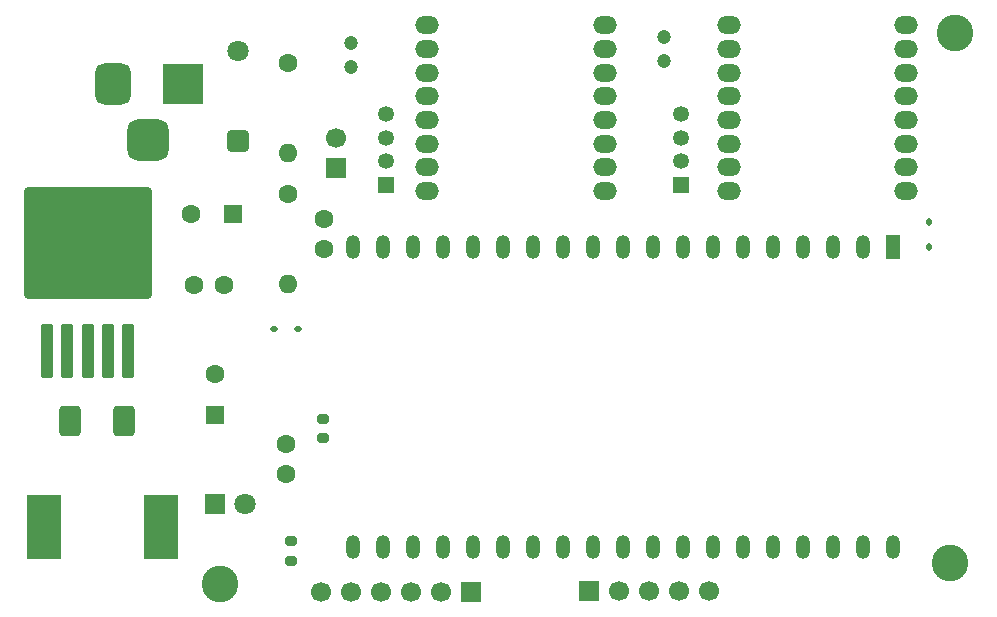
<source format=gbr>
%TF.GenerationSoftware,KiCad,Pcbnew,9.0.2*%
%TF.CreationDate,2025-05-21T14:28:12+05:30*%
%TF.ProjectId,esp32 master,65737033-3220-46d6-9173-7465722e6b69,rev?*%
%TF.SameCoordinates,Original*%
%TF.FileFunction,Soldermask,Top*%
%TF.FilePolarity,Negative*%
%FSLAX46Y46*%
G04 Gerber Fmt 4.6, Leading zero omitted, Abs format (unit mm)*
G04 Created by KiCad (PCBNEW 9.0.2) date 2025-05-21 14:28:12*
%MOMM*%
%LPD*%
G01*
G04 APERTURE LIST*
G04 Aperture macros list*
%AMRoundRect*
0 Rectangle with rounded corners*
0 $1 Rounding radius*
0 $2 $3 $4 $5 $6 $7 $8 $9 X,Y pos of 4 corners*
0 Add a 4 corners polygon primitive as box body*
4,1,4,$2,$3,$4,$5,$6,$7,$8,$9,$2,$3,0*
0 Add four circle primitives for the rounded corners*
1,1,$1+$1,$2,$3*
1,1,$1+$1,$4,$5*
1,1,$1+$1,$6,$7*
1,1,$1+$1,$8,$9*
0 Add four rect primitives between the rounded corners*
20,1,$1+$1,$2,$3,$4,$5,0*
20,1,$1+$1,$4,$5,$6,$7,0*
20,1,$1+$1,$6,$7,$8,$9,0*
20,1,$1+$1,$8,$9,$2,$3,0*%
G04 Aperture macros list end*
%ADD10R,1.600000X1.600000*%
%ADD11C,1.600000*%
%ADD12RoundRect,0.200000X-0.275000X0.200000X-0.275000X-0.200000X0.275000X-0.200000X0.275000X0.200000X0*%
%ADD13RoundRect,0.250000X0.300000X-2.050000X0.300000X2.050000X-0.300000X2.050000X-0.300000X-2.050000X0*%
%ADD14RoundRect,0.250002X5.149998X-4.449998X5.149998X4.449998X-5.149998X4.449998X-5.149998X-4.449998X0*%
%ADD15R,1.700000X1.700000*%
%ADD16C,1.700000*%
%ADD17R,1.350000X1.350000*%
%ADD18C,1.350000*%
%ADD19RoundRect,0.250000X-0.650000X-1.020000X0.650000X-1.020000X0.650000X1.020000X-0.650000X1.020000X0*%
%ADD20O,1.600000X1.600000*%
%ADD21C,3.100000*%
%ADD22O,2.000000X1.500000*%
%ADD23R,2.900000X5.400000*%
%ADD24RoundRect,0.112500X-0.187500X-0.112500X0.187500X-0.112500X0.187500X0.112500X-0.187500X0.112500X0*%
%ADD25C,1.200000*%
%ADD26RoundRect,0.112500X-0.112500X0.187500X-0.112500X-0.187500X0.112500X-0.187500X0.112500X0.187500X0*%
%ADD27R,1.800000X1.800000*%
%ADD28C,1.800000*%
%ADD29R,3.500000X3.500000*%
%ADD30RoundRect,0.750000X-0.750000X-1.000000X0.750000X-1.000000X0.750000X1.000000X-0.750000X1.000000X0*%
%ADD31RoundRect,0.875000X-0.875000X-0.875000X0.875000X-0.875000X0.875000X0.875000X-0.875000X0.875000X0*%
%ADD32R,1.200000X2.000000*%
%ADD33O,1.200000X2.000000*%
%ADD34RoundRect,0.250000X0.650000X-0.650000X0.650000X0.650000X-0.650000X0.650000X-0.650000X-0.650000X0*%
%ADD35RoundRect,0.200000X0.275000X-0.200000X0.275000X0.200000X-0.275000X0.200000X-0.275000X-0.200000X0*%
G04 APERTURE END LIST*
D10*
%TO.C,C5*%
X87000000Y-97500000D03*
D11*
X87000000Y-94000000D03*
%TD*%
D12*
%TO.C,R5*%
X96180000Y-97790000D03*
X96180000Y-99440000D03*
%TD*%
D13*
%TO.C,U1*%
X72825000Y-92075000D03*
X74525000Y-92075000D03*
X76225000Y-92075000D03*
D14*
X76225000Y-82925000D03*
D13*
X77925000Y-92075000D03*
X79625000Y-92075000D03*
%TD*%
D11*
%TO.C,C6*%
X96260000Y-83400000D03*
X96260000Y-80900000D03*
%TD*%
D15*
%TO.C,J2*%
X108710000Y-112490000D03*
D16*
X106170000Y-112490000D03*
X103630000Y-112490000D03*
X101090000Y-112490000D03*
X98550000Y-112490000D03*
X96010000Y-112490000D03*
%TD*%
D17*
%TO.C,J5*%
X101500000Y-78000000D03*
D18*
X101500000Y-76000000D03*
X101500000Y-74000000D03*
X101500000Y-72000000D03*
%TD*%
D19*
%TO.C,D2*%
X74720000Y-98000000D03*
X79280000Y-98000000D03*
%TD*%
D11*
%TO.C,R1*%
X93180000Y-67640000D03*
D20*
X93180000Y-75260000D03*
%TD*%
D15*
%TO.C,J3*%
X118670000Y-112390000D03*
D16*
X121210000Y-112390000D03*
X123750000Y-112390000D03*
X126290000Y-112390000D03*
X128830000Y-112390000D03*
%TD*%
D21*
%TO.C,ST1*%
X87420000Y-111780000D03*
%TD*%
D22*
%TO.C,Driver1*%
X105000000Y-64500000D03*
X105000000Y-66500000D03*
X105000000Y-68500000D03*
X105000000Y-70500000D03*
X105000000Y-72500000D03*
X105000000Y-74500000D03*
X105000000Y-76500000D03*
X105000000Y-78500000D03*
X120000000Y-64500000D03*
X120000000Y-66500000D03*
X120000000Y-68500000D03*
X120000000Y-70500000D03*
X120000000Y-72500000D03*
X120000000Y-74500000D03*
X120000000Y-76500000D03*
X120000000Y-78500000D03*
%TD*%
D21*
%TO.C,ST3*%
X149690000Y-65110000D03*
%TD*%
D10*
%TO.C,C1*%
X88500000Y-80500000D03*
D11*
X85000000Y-80500000D03*
%TD*%
D23*
%TO.C,L1*%
X72550000Y-107000000D03*
X82450000Y-107000000D03*
%TD*%
D11*
%TO.C,R3*%
X93000000Y-99960000D03*
X93000000Y-102500000D03*
%TD*%
D24*
%TO.C,D4*%
X91980000Y-90240000D03*
X94080000Y-90240000D03*
%TD*%
D25*
%TO.C,C2*%
X98500000Y-66000000D03*
X98500000Y-68000000D03*
%TD*%
D26*
%TO.C,D5*%
X147440000Y-81142500D03*
X147440000Y-83242500D03*
%TD*%
D22*
%TO.C,Driver2*%
X130500000Y-64500000D03*
X130500000Y-66500000D03*
X130500000Y-68500000D03*
X130500000Y-70500000D03*
X130500000Y-72500000D03*
X130500000Y-74500000D03*
X130500000Y-76500000D03*
X130500000Y-78500000D03*
X145500000Y-64500000D03*
X145500000Y-66500000D03*
X145500000Y-68500000D03*
X145500000Y-70500000D03*
X145500000Y-72500000D03*
X145500000Y-74500000D03*
X145500000Y-76500000D03*
X145500000Y-78500000D03*
%TD*%
D21*
%TO.C,ST2*%
X149250000Y-109980000D03*
%TD*%
D27*
%TO.C,D3*%
X87000000Y-105000000D03*
D28*
X89540000Y-105000000D03*
%TD*%
D25*
%TO.C,C4*%
X125000000Y-65500000D03*
X125000000Y-67500000D03*
%TD*%
D29*
%TO.C,J1*%
X84350000Y-69460000D03*
D30*
X78350000Y-69460000D03*
D31*
X81350000Y-74160000D03*
%TD*%
D32*
%TO.C,U2*%
X144403440Y-83300000D03*
D33*
X141863440Y-83300000D03*
X139323440Y-83300000D03*
X136783440Y-83300000D03*
X134243440Y-83300000D03*
X131703440Y-83300000D03*
X129163440Y-83300000D03*
X126623440Y-83300000D03*
X124083440Y-83300000D03*
X121543440Y-83300000D03*
X119003440Y-83300000D03*
X116463440Y-83300000D03*
X113923440Y-83300000D03*
X111383440Y-83300000D03*
X108843440Y-83300000D03*
X106303440Y-83300000D03*
X103763440Y-83300000D03*
X101223440Y-83300000D03*
X98683440Y-83300000D03*
X98686160Y-108696320D03*
X101226160Y-108696320D03*
X103763440Y-108700000D03*
X106303440Y-108700000D03*
X108843440Y-108700000D03*
X111383440Y-108700000D03*
X113923440Y-108700000D03*
X116463440Y-108700000D03*
X119003440Y-108700000D03*
X121543440Y-108700000D03*
X124083440Y-108700000D03*
X126623440Y-108700000D03*
X129163440Y-108700000D03*
X131703440Y-108700000D03*
X134243440Y-108700000D03*
X136783440Y-108700000D03*
X139323440Y-108700000D03*
X141863440Y-108700000D03*
X144403440Y-108700000D03*
%TD*%
D34*
%TO.C,D1*%
X89000000Y-74310000D03*
D28*
X89000000Y-66690000D03*
%TD*%
D15*
%TO.C,J4*%
X97290000Y-76580000D03*
D16*
X97290000Y-74040000D03*
%TD*%
D35*
%TO.C,R4*%
X93480000Y-109825000D03*
X93480000Y-108175000D03*
%TD*%
D17*
%TO.C,J6*%
X126500000Y-78000000D03*
D18*
X126500000Y-76000000D03*
X126500000Y-74000000D03*
X126500000Y-72000000D03*
%TD*%
D11*
%TO.C,C3*%
X87750000Y-86500000D03*
X85250000Y-86500000D03*
%TD*%
%TO.C,R2*%
X93210000Y-78780000D03*
D20*
X93210000Y-86400000D03*
%TD*%
M02*

</source>
